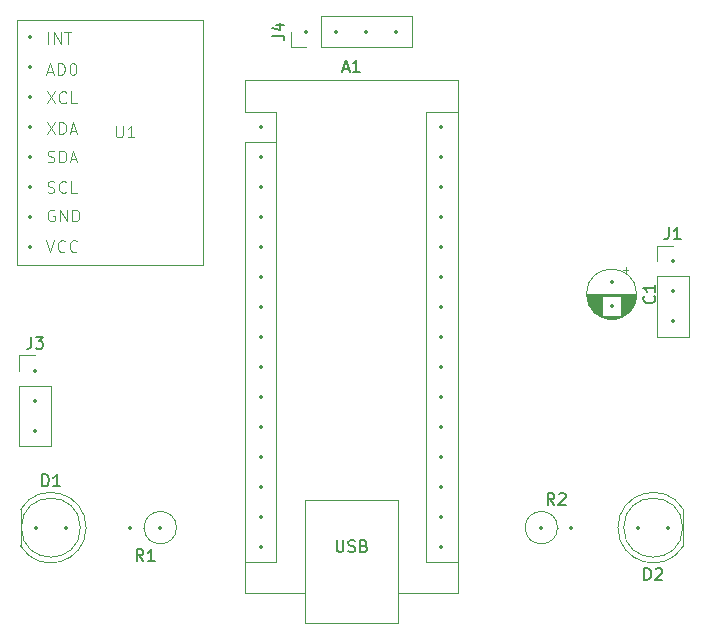
<source format=gbr>
%TF.GenerationSoftware,KiCad,Pcbnew,8.0.6*%
%TF.CreationDate,2025-04-16T21:55:28+02:00*%
%TF.ProjectId,Autonomous_KiCAD8,4175746f-6e6f-46d6-9f75-735f4b694341,rev?*%
%TF.SameCoordinates,Original*%
%TF.FileFunction,Legend,Top*%
%TF.FilePolarity,Positive*%
%FSLAX46Y46*%
G04 Gerber Fmt 4.6, Leading zero omitted, Abs format (unit mm)*
G04 Created by KiCad (PCBNEW 8.0.6) date 2025-04-16 21:55:28*
%MOMM*%
%LPD*%
G01*
G04 APERTURE LIST*
%ADD10C,0.100000*%
%ADD11C,0.150000*%
%ADD12C,0.120000*%
%ADD13C,0.350000*%
G04 APERTURE END LIST*
D10*
X149038095Y-80757419D02*
X149038095Y-81566942D01*
X149038095Y-81566942D02*
X149085714Y-81662180D01*
X149085714Y-81662180D02*
X149133333Y-81709800D01*
X149133333Y-81709800D02*
X149228571Y-81757419D01*
X149228571Y-81757419D02*
X149419047Y-81757419D01*
X149419047Y-81757419D02*
X149514285Y-81709800D01*
X149514285Y-81709800D02*
X149561904Y-81662180D01*
X149561904Y-81662180D02*
X149609523Y-81566942D01*
X149609523Y-81566942D02*
X149609523Y-80757419D01*
X150609523Y-81757419D02*
X150038095Y-81757419D01*
X150323809Y-81757419D02*
X150323809Y-80757419D01*
X150323809Y-80757419D02*
X150228571Y-80900276D01*
X150228571Y-80900276D02*
X150133333Y-80995514D01*
X150133333Y-80995514D02*
X150038095Y-81043133D01*
X143256265Y-76186704D02*
X143732455Y-76186704D01*
X143161027Y-76472419D02*
X143494360Y-75472419D01*
X143494360Y-75472419D02*
X143827693Y-76472419D01*
X144161027Y-76472419D02*
X144161027Y-75472419D01*
X144161027Y-75472419D02*
X144399122Y-75472419D01*
X144399122Y-75472419D02*
X144541979Y-75520038D01*
X144541979Y-75520038D02*
X144637217Y-75615276D01*
X144637217Y-75615276D02*
X144684836Y-75710514D01*
X144684836Y-75710514D02*
X144732455Y-75900990D01*
X144732455Y-75900990D02*
X144732455Y-76043847D01*
X144732455Y-76043847D02*
X144684836Y-76234323D01*
X144684836Y-76234323D02*
X144637217Y-76329561D01*
X144637217Y-76329561D02*
X144541979Y-76424800D01*
X144541979Y-76424800D02*
X144399122Y-76472419D01*
X144399122Y-76472419D02*
X144161027Y-76472419D01*
X145351503Y-75472419D02*
X145446741Y-75472419D01*
X145446741Y-75472419D02*
X145541979Y-75520038D01*
X145541979Y-75520038D02*
X145589598Y-75567657D01*
X145589598Y-75567657D02*
X145637217Y-75662895D01*
X145637217Y-75662895D02*
X145684836Y-75853371D01*
X145684836Y-75853371D02*
X145684836Y-76091466D01*
X145684836Y-76091466D02*
X145637217Y-76281942D01*
X145637217Y-76281942D02*
X145589598Y-76377180D01*
X145589598Y-76377180D02*
X145541979Y-76424800D01*
X145541979Y-76424800D02*
X145446741Y-76472419D01*
X145446741Y-76472419D02*
X145351503Y-76472419D01*
X145351503Y-76472419D02*
X145256265Y-76424800D01*
X145256265Y-76424800D02*
X145208646Y-76377180D01*
X145208646Y-76377180D02*
X145161027Y-76281942D01*
X145161027Y-76281942D02*
X145113408Y-76091466D01*
X145113408Y-76091466D02*
X145113408Y-75853371D01*
X145113408Y-75853371D02*
X145161027Y-75662895D01*
X145161027Y-75662895D02*
X145208646Y-75567657D01*
X145208646Y-75567657D02*
X145256265Y-75520038D01*
X145256265Y-75520038D02*
X145351503Y-75472419D01*
X143161027Y-90472419D02*
X143494360Y-91472419D01*
X143494360Y-91472419D02*
X143827693Y-90472419D01*
X144732455Y-91377180D02*
X144684836Y-91424800D01*
X144684836Y-91424800D02*
X144541979Y-91472419D01*
X144541979Y-91472419D02*
X144446741Y-91472419D01*
X144446741Y-91472419D02*
X144303884Y-91424800D01*
X144303884Y-91424800D02*
X144208646Y-91329561D01*
X144208646Y-91329561D02*
X144161027Y-91234323D01*
X144161027Y-91234323D02*
X144113408Y-91043847D01*
X144113408Y-91043847D02*
X144113408Y-90900990D01*
X144113408Y-90900990D02*
X144161027Y-90710514D01*
X144161027Y-90710514D02*
X144208646Y-90615276D01*
X144208646Y-90615276D02*
X144303884Y-90520038D01*
X144303884Y-90520038D02*
X144446741Y-90472419D01*
X144446741Y-90472419D02*
X144541979Y-90472419D01*
X144541979Y-90472419D02*
X144684836Y-90520038D01*
X144684836Y-90520038D02*
X144732455Y-90567657D01*
X145732455Y-91377180D02*
X145684836Y-91424800D01*
X145684836Y-91424800D02*
X145541979Y-91472419D01*
X145541979Y-91472419D02*
X145446741Y-91472419D01*
X145446741Y-91472419D02*
X145303884Y-91424800D01*
X145303884Y-91424800D02*
X145208646Y-91329561D01*
X145208646Y-91329561D02*
X145161027Y-91234323D01*
X145161027Y-91234323D02*
X145113408Y-91043847D01*
X145113408Y-91043847D02*
X145113408Y-90900990D01*
X145113408Y-90900990D02*
X145161027Y-90710514D01*
X145161027Y-90710514D02*
X145208646Y-90615276D01*
X145208646Y-90615276D02*
X145303884Y-90520038D01*
X145303884Y-90520038D02*
X145446741Y-90472419D01*
X145446741Y-90472419D02*
X145541979Y-90472419D01*
X145541979Y-90472419D02*
X145684836Y-90520038D01*
X145684836Y-90520038D02*
X145732455Y-90567657D01*
X143256265Y-86424800D02*
X143399122Y-86472419D01*
X143399122Y-86472419D02*
X143637217Y-86472419D01*
X143637217Y-86472419D02*
X143732455Y-86424800D01*
X143732455Y-86424800D02*
X143780074Y-86377180D01*
X143780074Y-86377180D02*
X143827693Y-86281942D01*
X143827693Y-86281942D02*
X143827693Y-86186704D01*
X143827693Y-86186704D02*
X143780074Y-86091466D01*
X143780074Y-86091466D02*
X143732455Y-86043847D01*
X143732455Y-86043847D02*
X143637217Y-85996228D01*
X143637217Y-85996228D02*
X143446741Y-85948609D01*
X143446741Y-85948609D02*
X143351503Y-85900990D01*
X143351503Y-85900990D02*
X143303884Y-85853371D01*
X143303884Y-85853371D02*
X143256265Y-85758133D01*
X143256265Y-85758133D02*
X143256265Y-85662895D01*
X143256265Y-85662895D02*
X143303884Y-85567657D01*
X143303884Y-85567657D02*
X143351503Y-85520038D01*
X143351503Y-85520038D02*
X143446741Y-85472419D01*
X143446741Y-85472419D02*
X143684836Y-85472419D01*
X143684836Y-85472419D02*
X143827693Y-85520038D01*
X144827693Y-86377180D02*
X144780074Y-86424800D01*
X144780074Y-86424800D02*
X144637217Y-86472419D01*
X144637217Y-86472419D02*
X144541979Y-86472419D01*
X144541979Y-86472419D02*
X144399122Y-86424800D01*
X144399122Y-86424800D02*
X144303884Y-86329561D01*
X144303884Y-86329561D02*
X144256265Y-86234323D01*
X144256265Y-86234323D02*
X144208646Y-86043847D01*
X144208646Y-86043847D02*
X144208646Y-85900990D01*
X144208646Y-85900990D02*
X144256265Y-85710514D01*
X144256265Y-85710514D02*
X144303884Y-85615276D01*
X144303884Y-85615276D02*
X144399122Y-85520038D01*
X144399122Y-85520038D02*
X144541979Y-85472419D01*
X144541979Y-85472419D02*
X144637217Y-85472419D01*
X144637217Y-85472419D02*
X144780074Y-85520038D01*
X144780074Y-85520038D02*
X144827693Y-85567657D01*
X145732455Y-86472419D02*
X145256265Y-86472419D01*
X145256265Y-86472419D02*
X145256265Y-85472419D01*
X143827693Y-87920038D02*
X143732455Y-87872419D01*
X143732455Y-87872419D02*
X143589598Y-87872419D01*
X143589598Y-87872419D02*
X143446741Y-87920038D01*
X143446741Y-87920038D02*
X143351503Y-88015276D01*
X143351503Y-88015276D02*
X143303884Y-88110514D01*
X143303884Y-88110514D02*
X143256265Y-88300990D01*
X143256265Y-88300990D02*
X143256265Y-88443847D01*
X143256265Y-88443847D02*
X143303884Y-88634323D01*
X143303884Y-88634323D02*
X143351503Y-88729561D01*
X143351503Y-88729561D02*
X143446741Y-88824800D01*
X143446741Y-88824800D02*
X143589598Y-88872419D01*
X143589598Y-88872419D02*
X143684836Y-88872419D01*
X143684836Y-88872419D02*
X143827693Y-88824800D01*
X143827693Y-88824800D02*
X143875312Y-88777180D01*
X143875312Y-88777180D02*
X143875312Y-88443847D01*
X143875312Y-88443847D02*
X143684836Y-88443847D01*
X144303884Y-88872419D02*
X144303884Y-87872419D01*
X144303884Y-87872419D02*
X144875312Y-88872419D01*
X144875312Y-88872419D02*
X144875312Y-87872419D01*
X145351503Y-88872419D02*
X145351503Y-87872419D01*
X145351503Y-87872419D02*
X145589598Y-87872419D01*
X145589598Y-87872419D02*
X145732455Y-87920038D01*
X145732455Y-87920038D02*
X145827693Y-88015276D01*
X145827693Y-88015276D02*
X145875312Y-88110514D01*
X145875312Y-88110514D02*
X145922931Y-88300990D01*
X145922931Y-88300990D02*
X145922931Y-88443847D01*
X145922931Y-88443847D02*
X145875312Y-88634323D01*
X145875312Y-88634323D02*
X145827693Y-88729561D01*
X145827693Y-88729561D02*
X145732455Y-88824800D01*
X145732455Y-88824800D02*
X145589598Y-88872419D01*
X145589598Y-88872419D02*
X145351503Y-88872419D01*
X143208646Y-77872419D02*
X143875312Y-78872419D01*
X143875312Y-77872419D02*
X143208646Y-78872419D01*
X144827693Y-78777180D02*
X144780074Y-78824800D01*
X144780074Y-78824800D02*
X144637217Y-78872419D01*
X144637217Y-78872419D02*
X144541979Y-78872419D01*
X144541979Y-78872419D02*
X144399122Y-78824800D01*
X144399122Y-78824800D02*
X144303884Y-78729561D01*
X144303884Y-78729561D02*
X144256265Y-78634323D01*
X144256265Y-78634323D02*
X144208646Y-78443847D01*
X144208646Y-78443847D02*
X144208646Y-78300990D01*
X144208646Y-78300990D02*
X144256265Y-78110514D01*
X144256265Y-78110514D02*
X144303884Y-78015276D01*
X144303884Y-78015276D02*
X144399122Y-77920038D01*
X144399122Y-77920038D02*
X144541979Y-77872419D01*
X144541979Y-77872419D02*
X144637217Y-77872419D01*
X144637217Y-77872419D02*
X144780074Y-77920038D01*
X144780074Y-77920038D02*
X144827693Y-77967657D01*
X145732455Y-78872419D02*
X145256265Y-78872419D01*
X145256265Y-78872419D02*
X145256265Y-77872419D01*
X143256265Y-83824800D02*
X143399122Y-83872419D01*
X143399122Y-83872419D02*
X143637217Y-83872419D01*
X143637217Y-83872419D02*
X143732455Y-83824800D01*
X143732455Y-83824800D02*
X143780074Y-83777180D01*
X143780074Y-83777180D02*
X143827693Y-83681942D01*
X143827693Y-83681942D02*
X143827693Y-83586704D01*
X143827693Y-83586704D02*
X143780074Y-83491466D01*
X143780074Y-83491466D02*
X143732455Y-83443847D01*
X143732455Y-83443847D02*
X143637217Y-83396228D01*
X143637217Y-83396228D02*
X143446741Y-83348609D01*
X143446741Y-83348609D02*
X143351503Y-83300990D01*
X143351503Y-83300990D02*
X143303884Y-83253371D01*
X143303884Y-83253371D02*
X143256265Y-83158133D01*
X143256265Y-83158133D02*
X143256265Y-83062895D01*
X143256265Y-83062895D02*
X143303884Y-82967657D01*
X143303884Y-82967657D02*
X143351503Y-82920038D01*
X143351503Y-82920038D02*
X143446741Y-82872419D01*
X143446741Y-82872419D02*
X143684836Y-82872419D01*
X143684836Y-82872419D02*
X143827693Y-82920038D01*
X144256265Y-83872419D02*
X144256265Y-82872419D01*
X144256265Y-82872419D02*
X144494360Y-82872419D01*
X144494360Y-82872419D02*
X144637217Y-82920038D01*
X144637217Y-82920038D02*
X144732455Y-83015276D01*
X144732455Y-83015276D02*
X144780074Y-83110514D01*
X144780074Y-83110514D02*
X144827693Y-83300990D01*
X144827693Y-83300990D02*
X144827693Y-83443847D01*
X144827693Y-83443847D02*
X144780074Y-83634323D01*
X144780074Y-83634323D02*
X144732455Y-83729561D01*
X144732455Y-83729561D02*
X144637217Y-83824800D01*
X144637217Y-83824800D02*
X144494360Y-83872419D01*
X144494360Y-83872419D02*
X144256265Y-83872419D01*
X145208646Y-83586704D02*
X145684836Y-83586704D01*
X145113408Y-83872419D02*
X145446741Y-82872419D01*
X145446741Y-82872419D02*
X145780074Y-83872419D01*
X143208646Y-80472419D02*
X143875312Y-81472419D01*
X143875312Y-80472419D02*
X143208646Y-81472419D01*
X144256265Y-81472419D02*
X144256265Y-80472419D01*
X144256265Y-80472419D02*
X144494360Y-80472419D01*
X144494360Y-80472419D02*
X144637217Y-80520038D01*
X144637217Y-80520038D02*
X144732455Y-80615276D01*
X144732455Y-80615276D02*
X144780074Y-80710514D01*
X144780074Y-80710514D02*
X144827693Y-80900990D01*
X144827693Y-80900990D02*
X144827693Y-81043847D01*
X144827693Y-81043847D02*
X144780074Y-81234323D01*
X144780074Y-81234323D02*
X144732455Y-81329561D01*
X144732455Y-81329561D02*
X144637217Y-81424800D01*
X144637217Y-81424800D02*
X144494360Y-81472419D01*
X144494360Y-81472419D02*
X144256265Y-81472419D01*
X145208646Y-81186704D02*
X145684836Y-81186704D01*
X145113408Y-81472419D02*
X145446741Y-80472419D01*
X145446741Y-80472419D02*
X145780074Y-81472419D01*
X143303884Y-73872419D02*
X143303884Y-72872419D01*
X143780074Y-73872419D02*
X143780074Y-72872419D01*
X143780074Y-72872419D02*
X144351502Y-73872419D01*
X144351502Y-73872419D02*
X144351502Y-72872419D01*
X144684836Y-72872419D02*
X145256264Y-72872419D01*
X144970550Y-73872419D02*
X144970550Y-72872419D01*
D11*
X162294819Y-73133333D02*
X163009104Y-73133333D01*
X163009104Y-73133333D02*
X163151961Y-73180952D01*
X163151961Y-73180952D02*
X163247200Y-73276190D01*
X163247200Y-73276190D02*
X163294819Y-73419047D01*
X163294819Y-73419047D02*
X163294819Y-73514285D01*
X162628152Y-72228571D02*
X163294819Y-72228571D01*
X162247200Y-72466666D02*
X162961485Y-72704761D01*
X162961485Y-72704761D02*
X162961485Y-72085714D01*
X194609580Y-95194066D02*
X194657200Y-95241685D01*
X194657200Y-95241685D02*
X194704819Y-95384542D01*
X194704819Y-95384542D02*
X194704819Y-95479780D01*
X194704819Y-95479780D02*
X194657200Y-95622637D01*
X194657200Y-95622637D02*
X194561961Y-95717875D01*
X194561961Y-95717875D02*
X194466723Y-95765494D01*
X194466723Y-95765494D02*
X194276247Y-95813113D01*
X194276247Y-95813113D02*
X194133390Y-95813113D01*
X194133390Y-95813113D02*
X193942914Y-95765494D01*
X193942914Y-95765494D02*
X193847676Y-95717875D01*
X193847676Y-95717875D02*
X193752438Y-95622637D01*
X193752438Y-95622637D02*
X193704819Y-95479780D01*
X193704819Y-95479780D02*
X193704819Y-95384542D01*
X193704819Y-95384542D02*
X193752438Y-95241685D01*
X193752438Y-95241685D02*
X193800057Y-95194066D01*
X194704819Y-94241685D02*
X194704819Y-94813113D01*
X194704819Y-94527399D02*
X193704819Y-94527399D01*
X193704819Y-94527399D02*
X193847676Y-94622637D01*
X193847676Y-94622637D02*
X193942914Y-94717875D01*
X193942914Y-94717875D02*
X193990533Y-94813113D01*
X186163333Y-112884819D02*
X185830000Y-112408628D01*
X185591905Y-112884819D02*
X185591905Y-111884819D01*
X185591905Y-111884819D02*
X185972857Y-111884819D01*
X185972857Y-111884819D02*
X186068095Y-111932438D01*
X186068095Y-111932438D02*
X186115714Y-111980057D01*
X186115714Y-111980057D02*
X186163333Y-112075295D01*
X186163333Y-112075295D02*
X186163333Y-112218152D01*
X186163333Y-112218152D02*
X186115714Y-112313390D01*
X186115714Y-112313390D02*
X186068095Y-112361009D01*
X186068095Y-112361009D02*
X185972857Y-112408628D01*
X185972857Y-112408628D02*
X185591905Y-112408628D01*
X186544286Y-111980057D02*
X186591905Y-111932438D01*
X186591905Y-111932438D02*
X186687143Y-111884819D01*
X186687143Y-111884819D02*
X186925238Y-111884819D01*
X186925238Y-111884819D02*
X187020476Y-111932438D01*
X187020476Y-111932438D02*
X187068095Y-111980057D01*
X187068095Y-111980057D02*
X187115714Y-112075295D01*
X187115714Y-112075295D02*
X187115714Y-112170533D01*
X187115714Y-112170533D02*
X187068095Y-112313390D01*
X187068095Y-112313390D02*
X186496667Y-112884819D01*
X186496667Y-112884819D02*
X187115714Y-112884819D01*
X151363333Y-117624819D02*
X151030000Y-117148628D01*
X150791905Y-117624819D02*
X150791905Y-116624819D01*
X150791905Y-116624819D02*
X151172857Y-116624819D01*
X151172857Y-116624819D02*
X151268095Y-116672438D01*
X151268095Y-116672438D02*
X151315714Y-116720057D01*
X151315714Y-116720057D02*
X151363333Y-116815295D01*
X151363333Y-116815295D02*
X151363333Y-116958152D01*
X151363333Y-116958152D02*
X151315714Y-117053390D01*
X151315714Y-117053390D02*
X151268095Y-117101009D01*
X151268095Y-117101009D02*
X151172857Y-117148628D01*
X151172857Y-117148628D02*
X150791905Y-117148628D01*
X152315714Y-117624819D02*
X151744286Y-117624819D01*
X152030000Y-117624819D02*
X152030000Y-116624819D01*
X152030000Y-116624819D02*
X151934762Y-116767676D01*
X151934762Y-116767676D02*
X151839524Y-116862914D01*
X151839524Y-116862914D02*
X151744286Y-116910533D01*
X141866666Y-98644819D02*
X141866666Y-99359104D01*
X141866666Y-99359104D02*
X141819047Y-99501961D01*
X141819047Y-99501961D02*
X141723809Y-99597200D01*
X141723809Y-99597200D02*
X141580952Y-99644819D01*
X141580952Y-99644819D02*
X141485714Y-99644819D01*
X142247619Y-98644819D02*
X142866666Y-98644819D01*
X142866666Y-98644819D02*
X142533333Y-99025771D01*
X142533333Y-99025771D02*
X142676190Y-99025771D01*
X142676190Y-99025771D02*
X142771428Y-99073390D01*
X142771428Y-99073390D02*
X142819047Y-99121009D01*
X142819047Y-99121009D02*
X142866666Y-99216247D01*
X142866666Y-99216247D02*
X142866666Y-99454342D01*
X142866666Y-99454342D02*
X142819047Y-99549580D01*
X142819047Y-99549580D02*
X142771428Y-99597200D01*
X142771428Y-99597200D02*
X142676190Y-99644819D01*
X142676190Y-99644819D02*
X142390476Y-99644819D01*
X142390476Y-99644819D02*
X142295238Y-99597200D01*
X142295238Y-99597200D02*
X142247619Y-99549580D01*
X195866666Y-89384819D02*
X195866666Y-90099104D01*
X195866666Y-90099104D02*
X195819047Y-90241961D01*
X195819047Y-90241961D02*
X195723809Y-90337200D01*
X195723809Y-90337200D02*
X195580952Y-90384819D01*
X195580952Y-90384819D02*
X195485714Y-90384819D01*
X196866666Y-90384819D02*
X196295238Y-90384819D01*
X196580952Y-90384819D02*
X196580952Y-89384819D01*
X196580952Y-89384819D02*
X196485714Y-89527676D01*
X196485714Y-89527676D02*
X196390476Y-89622914D01*
X196390476Y-89622914D02*
X196295238Y-89670533D01*
X193791905Y-119214819D02*
X193791905Y-118214819D01*
X193791905Y-118214819D02*
X194030000Y-118214819D01*
X194030000Y-118214819D02*
X194172857Y-118262438D01*
X194172857Y-118262438D02*
X194268095Y-118357676D01*
X194268095Y-118357676D02*
X194315714Y-118452914D01*
X194315714Y-118452914D02*
X194363333Y-118643390D01*
X194363333Y-118643390D02*
X194363333Y-118786247D01*
X194363333Y-118786247D02*
X194315714Y-118976723D01*
X194315714Y-118976723D02*
X194268095Y-119071961D01*
X194268095Y-119071961D02*
X194172857Y-119167200D01*
X194172857Y-119167200D02*
X194030000Y-119214819D01*
X194030000Y-119214819D02*
X193791905Y-119214819D01*
X194744286Y-118310057D02*
X194791905Y-118262438D01*
X194791905Y-118262438D02*
X194887143Y-118214819D01*
X194887143Y-118214819D02*
X195125238Y-118214819D01*
X195125238Y-118214819D02*
X195220476Y-118262438D01*
X195220476Y-118262438D02*
X195268095Y-118310057D01*
X195268095Y-118310057D02*
X195315714Y-118405295D01*
X195315714Y-118405295D02*
X195315714Y-118500533D01*
X195315714Y-118500533D02*
X195268095Y-118643390D01*
X195268095Y-118643390D02*
X194696667Y-119214819D01*
X194696667Y-119214819D02*
X195315714Y-119214819D01*
X142791905Y-111294819D02*
X142791905Y-110294819D01*
X142791905Y-110294819D02*
X143030000Y-110294819D01*
X143030000Y-110294819D02*
X143172857Y-110342438D01*
X143172857Y-110342438D02*
X143268095Y-110437676D01*
X143268095Y-110437676D02*
X143315714Y-110532914D01*
X143315714Y-110532914D02*
X143363333Y-110723390D01*
X143363333Y-110723390D02*
X143363333Y-110866247D01*
X143363333Y-110866247D02*
X143315714Y-111056723D01*
X143315714Y-111056723D02*
X143268095Y-111151961D01*
X143268095Y-111151961D02*
X143172857Y-111247200D01*
X143172857Y-111247200D02*
X143030000Y-111294819D01*
X143030000Y-111294819D02*
X142791905Y-111294819D01*
X144315714Y-111294819D02*
X143744286Y-111294819D01*
X144030000Y-111294819D02*
X144030000Y-110294819D01*
X144030000Y-110294819D02*
X143934762Y-110437676D01*
X143934762Y-110437676D02*
X143839524Y-110532914D01*
X143839524Y-110532914D02*
X143744286Y-110580533D01*
X168265714Y-75929104D02*
X168741904Y-75929104D01*
X168170476Y-76214819D02*
X168503809Y-75214819D01*
X168503809Y-75214819D02*
X168837142Y-76214819D01*
X169694285Y-76214819D02*
X169122857Y-76214819D01*
X169408571Y-76214819D02*
X169408571Y-75214819D01*
X169408571Y-75214819D02*
X169313333Y-75357676D01*
X169313333Y-75357676D02*
X169218095Y-75452914D01*
X169218095Y-75452914D02*
X169122857Y-75500533D01*
X167718095Y-115854819D02*
X167718095Y-116664342D01*
X167718095Y-116664342D02*
X167765714Y-116759580D01*
X167765714Y-116759580D02*
X167813333Y-116807200D01*
X167813333Y-116807200D02*
X167908571Y-116854819D01*
X167908571Y-116854819D02*
X168099047Y-116854819D01*
X168099047Y-116854819D02*
X168194285Y-116807200D01*
X168194285Y-116807200D02*
X168241904Y-116759580D01*
X168241904Y-116759580D02*
X168289523Y-116664342D01*
X168289523Y-116664342D02*
X168289523Y-115854819D01*
X168718095Y-116807200D02*
X168860952Y-116854819D01*
X168860952Y-116854819D02*
X169099047Y-116854819D01*
X169099047Y-116854819D02*
X169194285Y-116807200D01*
X169194285Y-116807200D02*
X169241904Y-116759580D01*
X169241904Y-116759580D02*
X169289523Y-116664342D01*
X169289523Y-116664342D02*
X169289523Y-116569104D01*
X169289523Y-116569104D02*
X169241904Y-116473866D01*
X169241904Y-116473866D02*
X169194285Y-116426247D01*
X169194285Y-116426247D02*
X169099047Y-116378628D01*
X169099047Y-116378628D02*
X168908571Y-116331009D01*
X168908571Y-116331009D02*
X168813333Y-116283390D01*
X168813333Y-116283390D02*
X168765714Y-116235771D01*
X168765714Y-116235771D02*
X168718095Y-116140533D01*
X168718095Y-116140533D02*
X168718095Y-116045295D01*
X168718095Y-116045295D02*
X168765714Y-115950057D01*
X168765714Y-115950057D02*
X168813333Y-115902438D01*
X168813333Y-115902438D02*
X168908571Y-115854819D01*
X168908571Y-115854819D02*
X169146666Y-115854819D01*
X169146666Y-115854819D02*
X169289523Y-115902438D01*
X170051428Y-116331009D02*
X170194285Y-116378628D01*
X170194285Y-116378628D02*
X170241904Y-116426247D01*
X170241904Y-116426247D02*
X170289523Y-116521485D01*
X170289523Y-116521485D02*
X170289523Y-116664342D01*
X170289523Y-116664342D02*
X170241904Y-116759580D01*
X170241904Y-116759580D02*
X170194285Y-116807200D01*
X170194285Y-116807200D02*
X170099047Y-116854819D01*
X170099047Y-116854819D02*
X169718095Y-116854819D01*
X169718095Y-116854819D02*
X169718095Y-115854819D01*
X169718095Y-115854819D02*
X170051428Y-115854819D01*
X170051428Y-115854819D02*
X170146666Y-115902438D01*
X170146666Y-115902438D02*
X170194285Y-115950057D01*
X170194285Y-115950057D02*
X170241904Y-116045295D01*
X170241904Y-116045295D02*
X170241904Y-116140533D01*
X170241904Y-116140533D02*
X170194285Y-116235771D01*
X170194285Y-116235771D02*
X170146666Y-116283390D01*
X170146666Y-116283390D02*
X170051428Y-116331009D01*
X170051428Y-116331009D02*
X169718095Y-116331009D01*
%TO.C,U1*%
D10*
X140700000Y-71800000D02*
X156400000Y-71800000D01*
X156400000Y-92600000D01*
X140700000Y-92600000D01*
X140700000Y-71800000D01*
D12*
%TO.C,J4*%
X163840000Y-74130000D02*
X163840000Y-72800000D01*
X165170000Y-74130000D02*
X163840000Y-74130000D01*
X166440000Y-74130000D02*
X174120000Y-74130000D01*
X166440000Y-74130000D02*
X166440000Y-71470000D01*
X174120000Y-74130000D02*
X174120000Y-71470000D01*
X166440000Y-71470000D02*
X174120000Y-71470000D01*
%TO.C,C1*%
X192195000Y-92757599D02*
X192195000Y-93157599D01*
X192395000Y-92957599D02*
X191995000Y-92957599D01*
X193080000Y-95027400D02*
X188920000Y-95027400D01*
X193080000Y-95067400D02*
X188920000Y-95067400D01*
X193079000Y-95107400D02*
X188921000Y-95107400D01*
X193077000Y-95147400D02*
X188923000Y-95147400D01*
X193074000Y-95187400D02*
X188926000Y-95187400D01*
X193071000Y-95227400D02*
X191840000Y-95227400D01*
X190160000Y-95227400D02*
X188929000Y-95227400D01*
X193067000Y-95267400D02*
X191840000Y-95267400D01*
X190160000Y-95267400D02*
X188933000Y-95267400D01*
X193062000Y-95307400D02*
X191840000Y-95307400D01*
X190160000Y-95307400D02*
X188938000Y-95307400D01*
X193056000Y-95347400D02*
X191840000Y-95347400D01*
X190160000Y-95347400D02*
X188944000Y-95347400D01*
X193050000Y-95387400D02*
X191840000Y-95387400D01*
X190160000Y-95387400D02*
X188950000Y-95387400D01*
X193042000Y-95427400D02*
X191840000Y-95427400D01*
X190160000Y-95427400D02*
X188958000Y-95427400D01*
X193034000Y-95467400D02*
X191840000Y-95467400D01*
X190160000Y-95467400D02*
X188966000Y-95467400D01*
X193025000Y-95507400D02*
X191840000Y-95507400D01*
X190160000Y-95507400D02*
X188975000Y-95507400D01*
X193016000Y-95547400D02*
X191840000Y-95547400D01*
X190160000Y-95547400D02*
X188984000Y-95547400D01*
X193005000Y-95587400D02*
X191840000Y-95587400D01*
X190160000Y-95587400D02*
X188995000Y-95587400D01*
X192994000Y-95627400D02*
X191840000Y-95627400D01*
X190160000Y-95627400D02*
X189006000Y-95627400D01*
X192982000Y-95667400D02*
X191840000Y-95667400D01*
X190160000Y-95667400D02*
X189018000Y-95667400D01*
X192968000Y-95707400D02*
X191840000Y-95707400D01*
X190160000Y-95707400D02*
X189032000Y-95707400D01*
X192954000Y-95748400D02*
X191840000Y-95748400D01*
X190160000Y-95748400D02*
X189046000Y-95748400D01*
X192940000Y-95788400D02*
X191840000Y-95788400D01*
X190160000Y-95788400D02*
X189060000Y-95788400D01*
X192924000Y-95828400D02*
X191840000Y-95828400D01*
X190160000Y-95828400D02*
X189076000Y-95828400D01*
X192907000Y-95868400D02*
X191840000Y-95868400D01*
X190160000Y-95868400D02*
X189093000Y-95868400D01*
X192889000Y-95908400D02*
X191840000Y-95908400D01*
X190160000Y-95908400D02*
X189111000Y-95908400D01*
X192870000Y-95948400D02*
X191840000Y-95948400D01*
X190160000Y-95948400D02*
X189130000Y-95948400D01*
X192851000Y-95988400D02*
X191840000Y-95988400D01*
X190160000Y-95988400D02*
X189149000Y-95988400D01*
X192830000Y-96028400D02*
X191840000Y-96028400D01*
X190160000Y-96028400D02*
X189170000Y-96028400D01*
X192808000Y-96068400D02*
X191840000Y-96068400D01*
X190160000Y-96068400D02*
X189192000Y-96068400D01*
X192785000Y-96108400D02*
X191840000Y-96108400D01*
X190160000Y-96108400D02*
X189215000Y-96108400D01*
X192760000Y-96148400D02*
X191840000Y-96148400D01*
X190160000Y-96148400D02*
X189240000Y-96148400D01*
X192735000Y-96188400D02*
X191840000Y-96188400D01*
X190160000Y-96188400D02*
X189265000Y-96188400D01*
X192708000Y-96228400D02*
X191840000Y-96228400D01*
X190160000Y-96228400D02*
X189292000Y-96228400D01*
X192680000Y-96268400D02*
X191840000Y-96268400D01*
X190160000Y-96268400D02*
X189320000Y-96268400D01*
X192650000Y-96308400D02*
X191840000Y-96308400D01*
X190160000Y-96308400D02*
X189350000Y-96308400D01*
X192619000Y-96348400D02*
X191840000Y-96348400D01*
X190160000Y-96348400D02*
X189381000Y-96348400D01*
X192587000Y-96388400D02*
X191840000Y-96388400D01*
X190160000Y-96388400D02*
X189413000Y-96388400D01*
X192552000Y-96428400D02*
X191840000Y-96428400D01*
X190160000Y-96428400D02*
X189448000Y-96428400D01*
X192516000Y-96468400D02*
X191840000Y-96468400D01*
X190160000Y-96468400D02*
X189484000Y-96468400D01*
X192478000Y-96508400D02*
X191840000Y-96508400D01*
X190160000Y-96508400D02*
X189522000Y-96508400D01*
X192438000Y-96548400D02*
X191840000Y-96548400D01*
X190160000Y-96548400D02*
X189562000Y-96548400D01*
X192396000Y-96588400D02*
X191840000Y-96588400D01*
X190160000Y-96588400D02*
X189604000Y-96588400D01*
X192351000Y-96628400D02*
X191840000Y-96628400D01*
X190160000Y-96628400D02*
X189649000Y-96628400D01*
X192304000Y-96668400D02*
X191840000Y-96668400D01*
X190160000Y-96668400D02*
X189696000Y-96668400D01*
X192254000Y-96708400D02*
X191840000Y-96708400D01*
X190160000Y-96708400D02*
X189746000Y-96708400D01*
X192200000Y-96748400D02*
X191840000Y-96748400D01*
X190160000Y-96748400D02*
X189800000Y-96748400D01*
X192142000Y-96788400D02*
X191840000Y-96788400D01*
X190160000Y-96788400D02*
X189858000Y-96788400D01*
X192080000Y-96828400D02*
X191840000Y-96828400D01*
X190160000Y-96828400D02*
X189920000Y-96828400D01*
X192013000Y-96868400D02*
X189987000Y-96868400D01*
X191940000Y-96908400D02*
X190060000Y-96908400D01*
X191859000Y-96948400D02*
X190141000Y-96948400D01*
X191768000Y-96988400D02*
X190232000Y-96988400D01*
X191664000Y-97028400D02*
X190336000Y-97028400D01*
X191537000Y-97068400D02*
X190463000Y-97068400D01*
X191370000Y-97108400D02*
X190630000Y-97108400D01*
X193120000Y-95027400D02*
G75*
G02*
X188880000Y-95027400I-2120000J0D01*
G01*
X188880000Y-95027400D02*
G75*
G02*
X193120000Y-95027400I2120000J0D01*
G01*
%TO.C,R2*%
X186430000Y-114800000D02*
X186500000Y-114800000D01*
X186430000Y-114800000D02*
G75*
G02*
X183690000Y-114800000I-1370000J0D01*
G01*
X183690000Y-114800000D02*
G75*
G02*
X186430000Y-114800000I1370000J0D01*
G01*
%TO.C,R1*%
X151430000Y-114800000D02*
X151360000Y-114800000D01*
X154170000Y-114800000D02*
G75*
G02*
X151430000Y-114800000I-1370000J0D01*
G01*
X151430000Y-114800000D02*
G75*
G02*
X154170000Y-114800000I1370000J0D01*
G01*
%TO.C,J3*%
X140870000Y-100190000D02*
X142200000Y-100190000D01*
X140870000Y-101520000D02*
X140870000Y-100190000D01*
X140870000Y-102790000D02*
X140870000Y-107930000D01*
X140870000Y-102790000D02*
X143530000Y-102790000D01*
X140870000Y-107930000D02*
X143530000Y-107930000D01*
X143530000Y-102790000D02*
X143530000Y-107930000D01*
%TO.C,J1*%
X194870000Y-90930000D02*
X196200000Y-90930000D01*
X194870000Y-92260000D02*
X194870000Y-90930000D01*
X194870000Y-93530000D02*
X194870000Y-98670000D01*
X194870000Y-93530000D02*
X197530000Y-93530000D01*
X194870000Y-98670000D02*
X197530000Y-98670000D01*
X197530000Y-93530000D02*
X197530000Y-98670000D01*
%TO.C,D2*%
X197090000Y-116345000D02*
X197090000Y-113255000D01*
X197090000Y-116344830D02*
G75*
G02*
X191540000Y-114799538I-2560000J1544830D01*
G01*
X191540000Y-114800462D02*
G75*
G02*
X197090000Y-113255170I2990000J462D01*
G01*
X197030000Y-114800000D02*
G75*
G02*
X192030000Y-114800000I-2500000J0D01*
G01*
X192030000Y-114800000D02*
G75*
G02*
X197030000Y-114800000I2500000J0D01*
G01*
%TO.C,D1*%
X140970000Y-113255000D02*
X140970000Y-116345000D01*
X140970000Y-113255170D02*
G75*
G02*
X146520000Y-114800462I2560000J-1544830D01*
G01*
X146520000Y-114799538D02*
G75*
G02*
X140970000Y-116344830I-2990000J-462D01*
G01*
X146030000Y-114800000D02*
G75*
G02*
X141030000Y-114800000I-2500000J0D01*
G01*
X141030000Y-114800000D02*
G75*
G02*
X146030000Y-114800000I2500000J0D01*
G01*
%TO.C,A1*%
X159960000Y-76900000D02*
X159960000Y-79570000D01*
X159960000Y-82110000D02*
X159960000Y-120340000D01*
X159960000Y-120340000D02*
X165040000Y-120340000D01*
X162630000Y-79570000D02*
X159960000Y-79570000D01*
X162630000Y-82110000D02*
X159960000Y-82110000D01*
X162630000Y-82110000D02*
X162630000Y-79570000D01*
X162630000Y-82110000D02*
X162630000Y-117670000D01*
X162630000Y-117670000D02*
X159960000Y-117670000D01*
X165040000Y-112460000D02*
X172920000Y-112460000D01*
X165040000Y-122880000D02*
X165040000Y-112460000D01*
X172920000Y-112460000D02*
X172920000Y-122880000D01*
X172920000Y-122880000D02*
X165040000Y-122880000D01*
X175330000Y-79570000D02*
X175330000Y-117670000D01*
X175330000Y-79570000D02*
X178000000Y-79570000D01*
X175330000Y-117670000D02*
X178000000Y-117670000D01*
X178000000Y-76900000D02*
X159960000Y-76900000D01*
X178000000Y-120340000D02*
X172920000Y-120340000D01*
X178000000Y-120340000D02*
X178000000Y-76900000D01*
%TD*%
D13*
X141800000Y-91020000D03*
X141800000Y-88480000D03*
X141800000Y-85940000D03*
X141800000Y-83400000D03*
X141800000Y-80860000D03*
X141800000Y-78320000D03*
X141800000Y-75780000D03*
X141800000Y-73240000D03*
X165170000Y-72800000D03*
X167710000Y-72800000D03*
X170250000Y-72800000D03*
X172790000Y-72800000D03*
X191000000Y-94027400D03*
X191000000Y-96027400D03*
X185060000Y-114800000D03*
X187600000Y-114800000D03*
X152800000Y-114800000D03*
X150260000Y-114800000D03*
X142200000Y-101520000D03*
X142200000Y-104060000D03*
X142200000Y-106600000D03*
X196200000Y-92260000D03*
X196200000Y-94800000D03*
X196200000Y-97340000D03*
X195800000Y-114800000D03*
X193260000Y-114800000D03*
X142260000Y-114800000D03*
X144800000Y-114800000D03*
X161360000Y-80840000D03*
X161360000Y-83380000D03*
X161360000Y-85920000D03*
X161360000Y-88460000D03*
X161360000Y-91000000D03*
X161360000Y-93540000D03*
X161360000Y-96080000D03*
X161360000Y-98620000D03*
X161360000Y-101160000D03*
X161360000Y-103700000D03*
X161360000Y-106240000D03*
X161360000Y-108780000D03*
X161360000Y-111320000D03*
X161360000Y-113860000D03*
X161360000Y-116400000D03*
X176600000Y-116400000D03*
X176600000Y-113860000D03*
X176600000Y-111320000D03*
X176600000Y-108780000D03*
X176600000Y-106240000D03*
X176600000Y-103700000D03*
X176600000Y-101160000D03*
X176600000Y-98620000D03*
X176600000Y-96080000D03*
X176600000Y-93540000D03*
X176600000Y-91000000D03*
X176600000Y-88460000D03*
X176600000Y-85920000D03*
X176600000Y-83380000D03*
X176600000Y-80840000D03*
M02*

</source>
